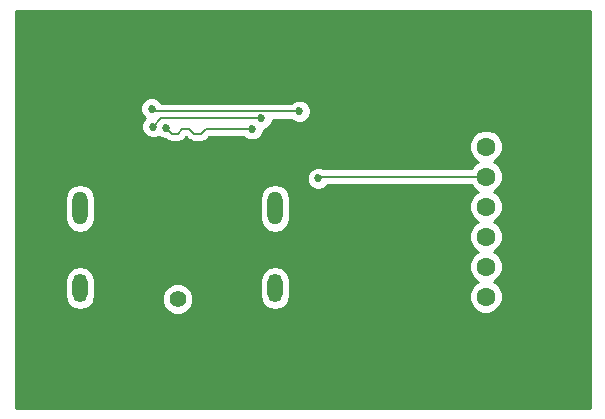
<source format=gbl>
G04 #@! TF.FileFunction,Copper,L2,Bot,Signal*
%FSLAX46Y46*%
G04 Gerber Fmt 4.6, Leading zero omitted, Abs format (unit mm)*
G04 Created by KiCad (PCBNEW 4.0.7) date 09/03/18 02:09:11*
%MOMM*%
%LPD*%
G01*
G04 APERTURE LIST*
%ADD10C,0.100000*%
%ADD11O,1.300000X2.800000*%
%ADD12O,1.300000X2.400000*%
%ADD13C,1.400000*%
%ADD14C,1.602000*%
%ADD15C,0.685800*%
%ADD16C,0.152400*%
%ADD17C,0.254000*%
G04 APERTURE END LIST*
D10*
D11*
X116150000Y-107420000D03*
D12*
X116150000Y-114200000D03*
D13*
X124400000Y-115100000D03*
D12*
X132650000Y-114200000D03*
D11*
X132650000Y-107420000D03*
D14*
X150500000Y-102200000D03*
X150500000Y-104740000D03*
X150500000Y-107280000D03*
X150500000Y-109820000D03*
X150500000Y-112360000D03*
X150500000Y-114900000D03*
D15*
X131700000Y-96200000D03*
X130200000Y-96200000D03*
X128700000Y-96200000D03*
X127200000Y-96200000D03*
X120900000Y-107100000D03*
X122400000Y-107100000D03*
X123800000Y-102600000D03*
X123900000Y-107100000D03*
X124900000Y-107100000D03*
X126400000Y-107100000D03*
X127900000Y-107100000D03*
X129400000Y-107100000D03*
X134700000Y-99200000D03*
X122200000Y-99000000D03*
X131500000Y-99800000D03*
X122300000Y-100500000D03*
X130700000Y-100700000D03*
X123400000Y-100600000D03*
X136300000Y-104900000D03*
D16*
X122400000Y-99200000D02*
X134700000Y-99200000D01*
X122200000Y-99000000D02*
X122400000Y-99200000D01*
X123000000Y-99800000D02*
X131500000Y-99800000D01*
X122300000Y-100500000D02*
X123000000Y-99800000D01*
X126800000Y-100700000D02*
X130700000Y-100700000D01*
X126400000Y-101100000D02*
X126800000Y-100700000D01*
X125800000Y-101100000D02*
X126400000Y-101100000D01*
X125400000Y-100700000D02*
X125800000Y-101100000D01*
X124800000Y-100700000D02*
X125400000Y-100700000D01*
X124400000Y-101100000D02*
X124800000Y-100700000D01*
X123900000Y-101100000D02*
X124400000Y-101100000D01*
X123400000Y-100600000D02*
X123900000Y-101100000D01*
X136460000Y-104740000D02*
X150500000Y-104740000D01*
X136300000Y-104900000D02*
X136460000Y-104740000D01*
D17*
G36*
X159290000Y-124290000D02*
X110710000Y-124290000D01*
X110710000Y-113614050D01*
X114865000Y-113614050D01*
X114865000Y-114785950D01*
X114962815Y-115277698D01*
X115241368Y-115694582D01*
X115658252Y-115973135D01*
X116150000Y-116070950D01*
X116641748Y-115973135D01*
X117058632Y-115694582D01*
X117279263Y-115364383D01*
X123064769Y-115364383D01*
X123267582Y-115855229D01*
X123642796Y-116231098D01*
X124133287Y-116434768D01*
X124664383Y-116435231D01*
X125155229Y-116232418D01*
X125531098Y-115857204D01*
X125734768Y-115366713D01*
X125735231Y-114835617D01*
X125532418Y-114344771D01*
X125157204Y-113968902D01*
X124666713Y-113765232D01*
X124135617Y-113764769D01*
X123644771Y-113967582D01*
X123268902Y-114342796D01*
X123065232Y-114833287D01*
X123064769Y-115364383D01*
X117279263Y-115364383D01*
X117337185Y-115277698D01*
X117435000Y-114785950D01*
X117435000Y-113614050D01*
X131365000Y-113614050D01*
X131365000Y-114785950D01*
X131462815Y-115277698D01*
X131741368Y-115694582D01*
X132158252Y-115973135D01*
X132650000Y-116070950D01*
X133141748Y-115973135D01*
X133558632Y-115694582D01*
X133837185Y-115277698D01*
X133935000Y-114785950D01*
X133935000Y-113614050D01*
X133837185Y-113122302D01*
X133558632Y-112705418D01*
X133141748Y-112426865D01*
X132650000Y-112329050D01*
X132158252Y-112426865D01*
X131741368Y-112705418D01*
X131462815Y-113122302D01*
X131365000Y-113614050D01*
X117435000Y-113614050D01*
X117337185Y-113122302D01*
X117058632Y-112705418D01*
X116641748Y-112426865D01*
X116150000Y-112329050D01*
X115658252Y-112426865D01*
X115241368Y-112705418D01*
X114962815Y-113122302D01*
X114865000Y-113614050D01*
X110710000Y-113614050D01*
X110710000Y-106630132D01*
X114865000Y-106630132D01*
X114865000Y-108209868D01*
X114962815Y-108701616D01*
X115241368Y-109118500D01*
X115658252Y-109397053D01*
X116150000Y-109494868D01*
X116641748Y-109397053D01*
X117058632Y-109118500D01*
X117337185Y-108701616D01*
X117435000Y-108209868D01*
X117435000Y-106630132D01*
X131365000Y-106630132D01*
X131365000Y-108209868D01*
X131462815Y-108701616D01*
X131741368Y-109118500D01*
X132158252Y-109397053D01*
X132650000Y-109494868D01*
X133141748Y-109397053D01*
X133558632Y-109118500D01*
X133837185Y-108701616D01*
X133935000Y-108209868D01*
X133935000Y-106630132D01*
X133837185Y-106138384D01*
X133558632Y-105721500D01*
X133141748Y-105442947D01*
X132650000Y-105345132D01*
X132158252Y-105442947D01*
X131741368Y-105721500D01*
X131462815Y-106138384D01*
X131365000Y-106630132D01*
X117435000Y-106630132D01*
X117337185Y-106138384D01*
X117058632Y-105721500D01*
X116641748Y-105442947D01*
X116150000Y-105345132D01*
X115658252Y-105442947D01*
X115241368Y-105721500D01*
X114962815Y-106138384D01*
X114865000Y-106630132D01*
X110710000Y-106630132D01*
X110710000Y-105093663D01*
X135321931Y-105093663D01*
X135470493Y-105453212D01*
X135745341Y-105728540D01*
X136104630Y-105877730D01*
X136493663Y-105878069D01*
X136853212Y-105729507D01*
X137128540Y-105454659D01*
X137129976Y-105451200D01*
X149240108Y-105451200D01*
X149281909Y-105552366D01*
X149685509Y-105956672D01*
X149813601Y-106009860D01*
X149687634Y-106061909D01*
X149283328Y-106465509D01*
X149064250Y-106993109D01*
X149063751Y-107564385D01*
X149281909Y-108092366D01*
X149685509Y-108496672D01*
X149813601Y-108549860D01*
X149687634Y-108601909D01*
X149283328Y-109005509D01*
X149064250Y-109533109D01*
X149063751Y-110104385D01*
X149281909Y-110632366D01*
X149685509Y-111036672D01*
X149813601Y-111089860D01*
X149687634Y-111141909D01*
X149283328Y-111545509D01*
X149064250Y-112073109D01*
X149063751Y-112644385D01*
X149281909Y-113172366D01*
X149685509Y-113576672D01*
X149813601Y-113629860D01*
X149687634Y-113681909D01*
X149283328Y-114085509D01*
X149064250Y-114613109D01*
X149063751Y-115184385D01*
X149281909Y-115712366D01*
X149685509Y-116116672D01*
X150213109Y-116335750D01*
X150784385Y-116336249D01*
X151312366Y-116118091D01*
X151716672Y-115714491D01*
X151935750Y-115186891D01*
X151936249Y-114615615D01*
X151718091Y-114087634D01*
X151314491Y-113683328D01*
X151186399Y-113630140D01*
X151312366Y-113578091D01*
X151716672Y-113174491D01*
X151935750Y-112646891D01*
X151936249Y-112075615D01*
X151718091Y-111547634D01*
X151314491Y-111143328D01*
X151186399Y-111090140D01*
X151312366Y-111038091D01*
X151716672Y-110634491D01*
X151935750Y-110106891D01*
X151936249Y-109535615D01*
X151718091Y-109007634D01*
X151314491Y-108603328D01*
X151186399Y-108550140D01*
X151312366Y-108498091D01*
X151716672Y-108094491D01*
X151935750Y-107566891D01*
X151936249Y-106995615D01*
X151718091Y-106467634D01*
X151314491Y-106063328D01*
X151186399Y-106010140D01*
X151312366Y-105958091D01*
X151716672Y-105554491D01*
X151935750Y-105026891D01*
X151936249Y-104455615D01*
X151718091Y-103927634D01*
X151314491Y-103523328D01*
X151186399Y-103470140D01*
X151312366Y-103418091D01*
X151716672Y-103014491D01*
X151935750Y-102486891D01*
X151936249Y-101915615D01*
X151718091Y-101387634D01*
X151314491Y-100983328D01*
X150786891Y-100764250D01*
X150215615Y-100763751D01*
X149687634Y-100981909D01*
X149283328Y-101385509D01*
X149064250Y-101913109D01*
X149063751Y-102484385D01*
X149281909Y-103012366D01*
X149685509Y-103416672D01*
X149813601Y-103469860D01*
X149687634Y-103521909D01*
X149283328Y-103925509D01*
X149240438Y-104028800D01*
X136751922Y-104028800D01*
X136495370Y-103922270D01*
X136106337Y-103921931D01*
X135746788Y-104070493D01*
X135471460Y-104345341D01*
X135322270Y-104704630D01*
X135321931Y-105093663D01*
X110710000Y-105093663D01*
X110710000Y-99193663D01*
X121221931Y-99193663D01*
X121370493Y-99553212D01*
X121616953Y-99800102D01*
X121471460Y-99945341D01*
X121322270Y-100304630D01*
X121321931Y-100693663D01*
X121470493Y-101053212D01*
X121745341Y-101328540D01*
X122104630Y-101477730D01*
X122493663Y-101478069D01*
X122777648Y-101360729D01*
X122845341Y-101428540D01*
X123204630Y-101577730D01*
X123372088Y-101577876D01*
X123397106Y-101602894D01*
X123627835Y-101757063D01*
X123900000Y-101811200D01*
X124400000Y-101811200D01*
X124672165Y-101757063D01*
X124902894Y-101602894D01*
X125094588Y-101411200D01*
X125105411Y-101411200D01*
X125297105Y-101602894D01*
X125409106Y-101677730D01*
X125527836Y-101757063D01*
X125800000Y-101811200D01*
X126400000Y-101811200D01*
X126672165Y-101757063D01*
X126902894Y-101602894D01*
X127094588Y-101411200D01*
X130028206Y-101411200D01*
X130145341Y-101528540D01*
X130504630Y-101677730D01*
X130893663Y-101678069D01*
X131253212Y-101529507D01*
X131528540Y-101254659D01*
X131677730Y-100895370D01*
X131677832Y-100778055D01*
X131693663Y-100778069D01*
X132053212Y-100629507D01*
X132328540Y-100354659D01*
X132477730Y-99995370D01*
X132477803Y-99911200D01*
X134028206Y-99911200D01*
X134145341Y-100028540D01*
X134504630Y-100177730D01*
X134893663Y-100178069D01*
X135253212Y-100029507D01*
X135528540Y-99754659D01*
X135677730Y-99395370D01*
X135678069Y-99006337D01*
X135529507Y-98646788D01*
X135254659Y-98371460D01*
X134895370Y-98222270D01*
X134506337Y-98221931D01*
X134146788Y-98370493D01*
X134028274Y-98488800D01*
X123046866Y-98488800D01*
X123029507Y-98446788D01*
X122754659Y-98171460D01*
X122395370Y-98022270D01*
X122006337Y-98021931D01*
X121646788Y-98170493D01*
X121371460Y-98445341D01*
X121222270Y-98804630D01*
X121221931Y-99193663D01*
X110710000Y-99193663D01*
X110710000Y-90710000D01*
X159290000Y-90710000D01*
X159290000Y-124290000D01*
X159290000Y-124290000D01*
G37*
X159290000Y-124290000D02*
X110710000Y-124290000D01*
X110710000Y-113614050D01*
X114865000Y-113614050D01*
X114865000Y-114785950D01*
X114962815Y-115277698D01*
X115241368Y-115694582D01*
X115658252Y-115973135D01*
X116150000Y-116070950D01*
X116641748Y-115973135D01*
X117058632Y-115694582D01*
X117279263Y-115364383D01*
X123064769Y-115364383D01*
X123267582Y-115855229D01*
X123642796Y-116231098D01*
X124133287Y-116434768D01*
X124664383Y-116435231D01*
X125155229Y-116232418D01*
X125531098Y-115857204D01*
X125734768Y-115366713D01*
X125735231Y-114835617D01*
X125532418Y-114344771D01*
X125157204Y-113968902D01*
X124666713Y-113765232D01*
X124135617Y-113764769D01*
X123644771Y-113967582D01*
X123268902Y-114342796D01*
X123065232Y-114833287D01*
X123064769Y-115364383D01*
X117279263Y-115364383D01*
X117337185Y-115277698D01*
X117435000Y-114785950D01*
X117435000Y-113614050D01*
X131365000Y-113614050D01*
X131365000Y-114785950D01*
X131462815Y-115277698D01*
X131741368Y-115694582D01*
X132158252Y-115973135D01*
X132650000Y-116070950D01*
X133141748Y-115973135D01*
X133558632Y-115694582D01*
X133837185Y-115277698D01*
X133935000Y-114785950D01*
X133935000Y-113614050D01*
X133837185Y-113122302D01*
X133558632Y-112705418D01*
X133141748Y-112426865D01*
X132650000Y-112329050D01*
X132158252Y-112426865D01*
X131741368Y-112705418D01*
X131462815Y-113122302D01*
X131365000Y-113614050D01*
X117435000Y-113614050D01*
X117337185Y-113122302D01*
X117058632Y-112705418D01*
X116641748Y-112426865D01*
X116150000Y-112329050D01*
X115658252Y-112426865D01*
X115241368Y-112705418D01*
X114962815Y-113122302D01*
X114865000Y-113614050D01*
X110710000Y-113614050D01*
X110710000Y-106630132D01*
X114865000Y-106630132D01*
X114865000Y-108209868D01*
X114962815Y-108701616D01*
X115241368Y-109118500D01*
X115658252Y-109397053D01*
X116150000Y-109494868D01*
X116641748Y-109397053D01*
X117058632Y-109118500D01*
X117337185Y-108701616D01*
X117435000Y-108209868D01*
X117435000Y-106630132D01*
X131365000Y-106630132D01*
X131365000Y-108209868D01*
X131462815Y-108701616D01*
X131741368Y-109118500D01*
X132158252Y-109397053D01*
X132650000Y-109494868D01*
X133141748Y-109397053D01*
X133558632Y-109118500D01*
X133837185Y-108701616D01*
X133935000Y-108209868D01*
X133935000Y-106630132D01*
X133837185Y-106138384D01*
X133558632Y-105721500D01*
X133141748Y-105442947D01*
X132650000Y-105345132D01*
X132158252Y-105442947D01*
X131741368Y-105721500D01*
X131462815Y-106138384D01*
X131365000Y-106630132D01*
X117435000Y-106630132D01*
X117337185Y-106138384D01*
X117058632Y-105721500D01*
X116641748Y-105442947D01*
X116150000Y-105345132D01*
X115658252Y-105442947D01*
X115241368Y-105721500D01*
X114962815Y-106138384D01*
X114865000Y-106630132D01*
X110710000Y-106630132D01*
X110710000Y-105093663D01*
X135321931Y-105093663D01*
X135470493Y-105453212D01*
X135745341Y-105728540D01*
X136104630Y-105877730D01*
X136493663Y-105878069D01*
X136853212Y-105729507D01*
X137128540Y-105454659D01*
X137129976Y-105451200D01*
X149240108Y-105451200D01*
X149281909Y-105552366D01*
X149685509Y-105956672D01*
X149813601Y-106009860D01*
X149687634Y-106061909D01*
X149283328Y-106465509D01*
X149064250Y-106993109D01*
X149063751Y-107564385D01*
X149281909Y-108092366D01*
X149685509Y-108496672D01*
X149813601Y-108549860D01*
X149687634Y-108601909D01*
X149283328Y-109005509D01*
X149064250Y-109533109D01*
X149063751Y-110104385D01*
X149281909Y-110632366D01*
X149685509Y-111036672D01*
X149813601Y-111089860D01*
X149687634Y-111141909D01*
X149283328Y-111545509D01*
X149064250Y-112073109D01*
X149063751Y-112644385D01*
X149281909Y-113172366D01*
X149685509Y-113576672D01*
X149813601Y-113629860D01*
X149687634Y-113681909D01*
X149283328Y-114085509D01*
X149064250Y-114613109D01*
X149063751Y-115184385D01*
X149281909Y-115712366D01*
X149685509Y-116116672D01*
X150213109Y-116335750D01*
X150784385Y-116336249D01*
X151312366Y-116118091D01*
X151716672Y-115714491D01*
X151935750Y-115186891D01*
X151936249Y-114615615D01*
X151718091Y-114087634D01*
X151314491Y-113683328D01*
X151186399Y-113630140D01*
X151312366Y-113578091D01*
X151716672Y-113174491D01*
X151935750Y-112646891D01*
X151936249Y-112075615D01*
X151718091Y-111547634D01*
X151314491Y-111143328D01*
X151186399Y-111090140D01*
X151312366Y-111038091D01*
X151716672Y-110634491D01*
X151935750Y-110106891D01*
X151936249Y-109535615D01*
X151718091Y-109007634D01*
X151314491Y-108603328D01*
X151186399Y-108550140D01*
X151312366Y-108498091D01*
X151716672Y-108094491D01*
X151935750Y-107566891D01*
X151936249Y-106995615D01*
X151718091Y-106467634D01*
X151314491Y-106063328D01*
X151186399Y-106010140D01*
X151312366Y-105958091D01*
X151716672Y-105554491D01*
X151935750Y-105026891D01*
X151936249Y-104455615D01*
X151718091Y-103927634D01*
X151314491Y-103523328D01*
X151186399Y-103470140D01*
X151312366Y-103418091D01*
X151716672Y-103014491D01*
X151935750Y-102486891D01*
X151936249Y-101915615D01*
X151718091Y-101387634D01*
X151314491Y-100983328D01*
X150786891Y-100764250D01*
X150215615Y-100763751D01*
X149687634Y-100981909D01*
X149283328Y-101385509D01*
X149064250Y-101913109D01*
X149063751Y-102484385D01*
X149281909Y-103012366D01*
X149685509Y-103416672D01*
X149813601Y-103469860D01*
X149687634Y-103521909D01*
X149283328Y-103925509D01*
X149240438Y-104028800D01*
X136751922Y-104028800D01*
X136495370Y-103922270D01*
X136106337Y-103921931D01*
X135746788Y-104070493D01*
X135471460Y-104345341D01*
X135322270Y-104704630D01*
X135321931Y-105093663D01*
X110710000Y-105093663D01*
X110710000Y-99193663D01*
X121221931Y-99193663D01*
X121370493Y-99553212D01*
X121616953Y-99800102D01*
X121471460Y-99945341D01*
X121322270Y-100304630D01*
X121321931Y-100693663D01*
X121470493Y-101053212D01*
X121745341Y-101328540D01*
X122104630Y-101477730D01*
X122493663Y-101478069D01*
X122777648Y-101360729D01*
X122845341Y-101428540D01*
X123204630Y-101577730D01*
X123372088Y-101577876D01*
X123397106Y-101602894D01*
X123627835Y-101757063D01*
X123900000Y-101811200D01*
X124400000Y-101811200D01*
X124672165Y-101757063D01*
X124902894Y-101602894D01*
X125094588Y-101411200D01*
X125105411Y-101411200D01*
X125297105Y-101602894D01*
X125409106Y-101677730D01*
X125527836Y-101757063D01*
X125800000Y-101811200D01*
X126400000Y-101811200D01*
X126672165Y-101757063D01*
X126902894Y-101602894D01*
X127094588Y-101411200D01*
X130028206Y-101411200D01*
X130145341Y-101528540D01*
X130504630Y-101677730D01*
X130893663Y-101678069D01*
X131253212Y-101529507D01*
X131528540Y-101254659D01*
X131677730Y-100895370D01*
X131677832Y-100778055D01*
X131693663Y-100778069D01*
X132053212Y-100629507D01*
X132328540Y-100354659D01*
X132477730Y-99995370D01*
X132477803Y-99911200D01*
X134028206Y-99911200D01*
X134145341Y-100028540D01*
X134504630Y-100177730D01*
X134893663Y-100178069D01*
X135253212Y-100029507D01*
X135528540Y-99754659D01*
X135677730Y-99395370D01*
X135678069Y-99006337D01*
X135529507Y-98646788D01*
X135254659Y-98371460D01*
X134895370Y-98222270D01*
X134506337Y-98221931D01*
X134146788Y-98370493D01*
X134028274Y-98488800D01*
X123046866Y-98488800D01*
X123029507Y-98446788D01*
X122754659Y-98171460D01*
X122395370Y-98022270D01*
X122006337Y-98021931D01*
X121646788Y-98170493D01*
X121371460Y-98445341D01*
X121222270Y-98804630D01*
X121221931Y-99193663D01*
X110710000Y-99193663D01*
X110710000Y-90710000D01*
X159290000Y-90710000D01*
X159290000Y-124290000D01*
M02*

</source>
